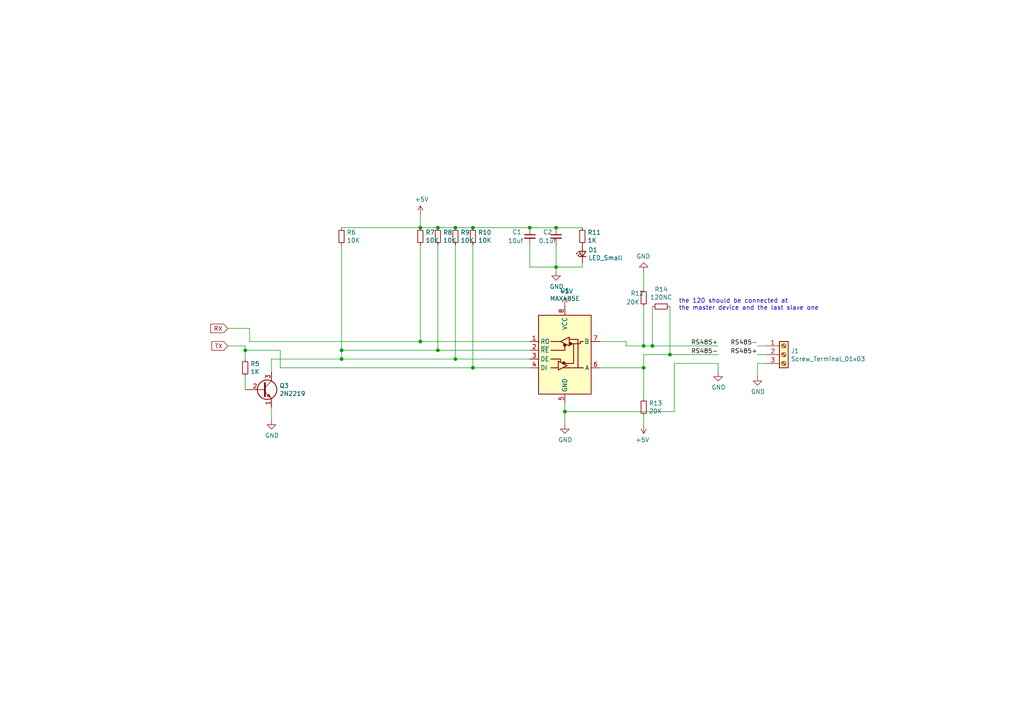
<source format=kicad_sch>
(kicad_sch (version 20211123) (generator eeschema)

  (uuid 3435b97c-50f1-4d57-9a8c-4728bf639eff)

  (paper "A4")

  (title_block
    (title "MAX485E CHIP")
  )

  (lib_symbols
    (symbol "Connector:Screw_Terminal_01x03" (pin_names (offset 1.016) hide) (in_bom yes) (on_board yes)
      (property "Reference" "J" (id 0) (at 0 5.08 0)
        (effects (font (size 1.27 1.27)))
      )
      (property "Value" "Screw_Terminal_01x03" (id 1) (at 0 -5.08 0)
        (effects (font (size 1.27 1.27)))
      )
      (property "Footprint" "" (id 2) (at 0 0 0)
        (effects (font (size 1.27 1.27)) hide)
      )
      (property "Datasheet" "~" (id 3) (at 0 0 0)
        (effects (font (size 1.27 1.27)) hide)
      )
      (property "ki_keywords" "screw terminal" (id 4) (at 0 0 0)
        (effects (font (size 1.27 1.27)) hide)
      )
      (property "ki_description" "Generic screw terminal, single row, 01x03, script generated (kicad-library-utils/schlib/autogen/connector/)" (id 5) (at 0 0 0)
        (effects (font (size 1.27 1.27)) hide)
      )
      (property "ki_fp_filters" "TerminalBlock*:*" (id 6) (at 0 0 0)
        (effects (font (size 1.27 1.27)) hide)
      )
      (symbol "Screw_Terminal_01x03_1_1"
        (rectangle (start -1.27 3.81) (end 1.27 -3.81)
          (stroke (width 0.254) (type default) (color 0 0 0 0))
          (fill (type background))
        )
        (circle (center 0 -2.54) (radius 0.635)
          (stroke (width 0.1524) (type default) (color 0 0 0 0))
          (fill (type none))
        )
        (polyline
          (pts
            (xy -0.5334 -2.2098)
            (xy 0.3302 -3.048)
          )
          (stroke (width 0.1524) (type default) (color 0 0 0 0))
          (fill (type none))
        )
        (polyline
          (pts
            (xy -0.5334 0.3302)
            (xy 0.3302 -0.508)
          )
          (stroke (width 0.1524) (type default) (color 0 0 0 0))
          (fill (type none))
        )
        (polyline
          (pts
            (xy -0.5334 2.8702)
            (xy 0.3302 2.032)
          )
          (stroke (width 0.1524) (type default) (color 0 0 0 0))
          (fill (type none))
        )
        (polyline
          (pts
            (xy -0.3556 -2.032)
            (xy 0.508 -2.8702)
          )
          (stroke (width 0.1524) (type default) (color 0 0 0 0))
          (fill (type none))
        )
        (polyline
          (pts
            (xy -0.3556 0.508)
            (xy 0.508 -0.3302)
          )
          (stroke (width 0.1524) (type default) (color 0 0 0 0))
          (fill (type none))
        )
        (polyline
          (pts
            (xy -0.3556 3.048)
            (xy 0.508 2.2098)
          )
          (stroke (width 0.1524) (type default) (color 0 0 0 0))
          (fill (type none))
        )
        (circle (center 0 0) (radius 0.635)
          (stroke (width 0.1524) (type default) (color 0 0 0 0))
          (fill (type none))
        )
        (circle (center 0 2.54) (radius 0.635)
          (stroke (width 0.1524) (type default) (color 0 0 0 0))
          (fill (type none))
        )
        (pin passive line (at -5.08 2.54 0) (length 3.81)
          (name "Pin_1" (effects (font (size 1.27 1.27))))
          (number "1" (effects (font (size 1.27 1.27))))
        )
        (pin passive line (at -5.08 0 0) (length 3.81)
          (name "Pin_2" (effects (font (size 1.27 1.27))))
          (number "2" (effects (font (size 1.27 1.27))))
        )
        (pin passive line (at -5.08 -2.54 0) (length 3.81)
          (name "Pin_3" (effects (font (size 1.27 1.27))))
          (number "3" (effects (font (size 1.27 1.27))))
        )
      )
    )
    (symbol "Device:C_Small" (pin_numbers hide) (pin_names (offset 0.254) hide) (in_bom yes) (on_board yes)
      (property "Reference" "C" (id 0) (at 0.254 1.778 0)
        (effects (font (size 1.27 1.27)) (justify left))
      )
      (property "Value" "C_Small" (id 1) (at 0.254 -2.032 0)
        (effects (font (size 1.27 1.27)) (justify left))
      )
      (property "Footprint" "" (id 2) (at 0 0 0)
        (effects (font (size 1.27 1.27)) hide)
      )
      (property "Datasheet" "~" (id 3) (at 0 0 0)
        (effects (font (size 1.27 1.27)) hide)
      )
      (property "ki_keywords" "capacitor cap" (id 4) (at 0 0 0)
        (effects (font (size 1.27 1.27)) hide)
      )
      (property "ki_description" "Unpolarized capacitor, small symbol" (id 5) (at 0 0 0)
        (effects (font (size 1.27 1.27)) hide)
      )
      (property "ki_fp_filters" "C_*" (id 6) (at 0 0 0)
        (effects (font (size 1.27 1.27)) hide)
      )
      (symbol "C_Small_0_1"
        (polyline
          (pts
            (xy -1.524 -0.508)
            (xy 1.524 -0.508)
          )
          (stroke (width 0.3302) (type default) (color 0 0 0 0))
          (fill (type none))
        )
        (polyline
          (pts
            (xy -1.524 0.508)
            (xy 1.524 0.508)
          )
          (stroke (width 0.3048) (type default) (color 0 0 0 0))
          (fill (type none))
        )
      )
      (symbol "C_Small_1_1"
        (pin passive line (at 0 2.54 270) (length 2.032)
          (name "~" (effects (font (size 1.27 1.27))))
          (number "1" (effects (font (size 1.27 1.27))))
        )
        (pin passive line (at 0 -2.54 90) (length 2.032)
          (name "~" (effects (font (size 1.27 1.27))))
          (number "2" (effects (font (size 1.27 1.27))))
        )
      )
    )
    (symbol "Device:LED_Small" (pin_numbers hide) (pin_names (offset 0.254) hide) (in_bom yes) (on_board yes)
      (property "Reference" "D" (id 0) (at -1.27 3.175 0)
        (effects (font (size 1.27 1.27)) (justify left))
      )
      (property "Value" "LED_Small" (id 1) (at -4.445 -2.54 0)
        (effects (font (size 1.27 1.27)) (justify left))
      )
      (property "Footprint" "" (id 2) (at 0 0 90)
        (effects (font (size 1.27 1.27)) hide)
      )
      (property "Datasheet" "~" (id 3) (at 0 0 90)
        (effects (font (size 1.27 1.27)) hide)
      )
      (property "ki_keywords" "LED diode light-emitting-diode" (id 4) (at 0 0 0)
        (effects (font (size 1.27 1.27)) hide)
      )
      (property "ki_description" "Light emitting diode, small symbol" (id 5) (at 0 0 0)
        (effects (font (size 1.27 1.27)) hide)
      )
      (property "ki_fp_filters" "LED* LED_SMD:* LED_THT:*" (id 6) (at 0 0 0)
        (effects (font (size 1.27 1.27)) hide)
      )
      (symbol "LED_Small_0_1"
        (polyline
          (pts
            (xy -0.762 -1.016)
            (xy -0.762 1.016)
          )
          (stroke (width 0.254) (type default) (color 0 0 0 0))
          (fill (type none))
        )
        (polyline
          (pts
            (xy 1.016 0)
            (xy -0.762 0)
          )
          (stroke (width 0) (type default) (color 0 0 0 0))
          (fill (type none))
        )
        (polyline
          (pts
            (xy 0.762 -1.016)
            (xy -0.762 0)
            (xy 0.762 1.016)
            (xy 0.762 -1.016)
          )
          (stroke (width 0.254) (type default) (color 0 0 0 0))
          (fill (type none))
        )
        (polyline
          (pts
            (xy 0 0.762)
            (xy -0.508 1.27)
            (xy -0.254 1.27)
            (xy -0.508 1.27)
            (xy -0.508 1.016)
          )
          (stroke (width 0) (type default) (color 0 0 0 0))
          (fill (type none))
        )
        (polyline
          (pts
            (xy 0.508 1.27)
            (xy 0 1.778)
            (xy 0.254 1.778)
            (xy 0 1.778)
            (xy 0 1.524)
          )
          (stroke (width 0) (type default) (color 0 0 0 0))
          (fill (type none))
        )
      )
      (symbol "LED_Small_1_1"
        (pin passive line (at -2.54 0 0) (length 1.778)
          (name "K" (effects (font (size 1.27 1.27))))
          (number "1" (effects (font (size 1.27 1.27))))
        )
        (pin passive line (at 2.54 0 180) (length 1.778)
          (name "A" (effects (font (size 1.27 1.27))))
          (number "2" (effects (font (size 1.27 1.27))))
        )
      )
    )
    (symbol "Device:R_Small" (pin_numbers hide) (pin_names (offset 0.254) hide) (in_bom yes) (on_board yes)
      (property "Reference" "R" (id 0) (at 0.762 0.508 0)
        (effects (font (size 1.27 1.27)) (justify left))
      )
      (property "Value" "R_Small" (id 1) (at 0.762 -1.016 0)
        (effects (font (size 1.27 1.27)) (justify left))
      )
      (property "Footprint" "" (id 2) (at 0 0 0)
        (effects (font (size 1.27 1.27)) hide)
      )
      (property "Datasheet" "~" (id 3) (at 0 0 0)
        (effects (font (size 1.27 1.27)) hide)
      )
      (property "ki_keywords" "R resistor" (id 4) (at 0 0 0)
        (effects (font (size 1.27 1.27)) hide)
      )
      (property "ki_description" "Resistor, small symbol" (id 5) (at 0 0 0)
        (effects (font (size 1.27 1.27)) hide)
      )
      (property "ki_fp_filters" "R_*" (id 6) (at 0 0 0)
        (effects (font (size 1.27 1.27)) hide)
      )
      (symbol "R_Small_0_1"
        (rectangle (start -0.762 1.778) (end 0.762 -1.778)
          (stroke (width 0.2032) (type default) (color 0 0 0 0))
          (fill (type none))
        )
      )
      (symbol "R_Small_1_1"
        (pin passive line (at 0 2.54 270) (length 0.762)
          (name "~" (effects (font (size 1.27 1.27))))
          (number "1" (effects (font (size 1.27 1.27))))
        )
        (pin passive line (at 0 -2.54 90) (length 0.762)
          (name "~" (effects (font (size 1.27 1.27))))
          (number "2" (effects (font (size 1.27 1.27))))
        )
      )
    )
    (symbol "Interface_UART:MAX485E" (in_bom yes) (on_board yes)
      (property "Reference" "U" (id 0) (at -6.096 11.43 0)
        (effects (font (size 1.27 1.27)))
      )
      (property "Value" "MAX485E" (id 1) (at 0.762 11.43 0)
        (effects (font (size 1.27 1.27)) (justify left))
      )
      (property "Footprint" "" (id 2) (at 0 -17.78 0)
        (effects (font (size 1.27 1.27)) hide)
      )
      (property "Datasheet" "https://datasheets.maximintegrated.com/en/ds/MAX1487E-MAX491E.pdf" (id 3) (at 0 1.27 0)
        (effects (font (size 1.27 1.27)) hide)
      )
      (property "ki_keywords" "Half duplex RS-485/RS-422, 2.5 Mbps, ±15kV electro-static discharge (ESD) protection, no slew-rate, no low-power shutdown, with receiver/driver enable, 32 receiver drive kapacitity, DIP-8 and SOIC-8" (id 4) (at 0 0 0)
        (effects (font (size 1.27 1.27)) hide)
      )
      (property "ki_description" "Half duplex RS-485/RS-422, 2.5 Mbps, ±15kV electro-static discharge (ESD) protection, no slew-rate, no low-power shutdown, with receiver/driver enable, 32 receiver drive kapacitity, DIP-8 and SOIC-8" (id 5) (at 0 0 0)
        (effects (font (size 1.27 1.27)) hide)
      )
      (property "ki_fp_filters" "DIP*W7.62mm* SOIC*3.9x4.9mm*P1.27mm*" (id 6) (at 0 0 0)
        (effects (font (size 1.27 1.27)) hide)
      )
      (symbol "MAX485E_0_1"
        (rectangle (start -7.62 10.16) (end 7.62 -12.7)
          (stroke (width 0.254) (type default) (color 0 0 0 0))
          (fill (type background))
        )
        (circle (center -0.3048 -3.683) (radius 0.3556)
          (stroke (width 0.254) (type default) (color 0 0 0 0))
          (fill (type outline))
        )
        (circle (center -0.0254 1.4986) (radius 0.3556)
          (stroke (width 0.254) (type default) (color 0 0 0 0))
          (fill (type outline))
        )
        (polyline
          (pts
            (xy -4.064 -5.08)
            (xy -1.905 -5.08)
          )
          (stroke (width 0.254) (type default) (color 0 0 0 0))
          (fill (type none))
        )
        (polyline
          (pts
            (xy -4.064 2.54)
            (xy -1.27 2.54)
          )
          (stroke (width 0.254) (type default) (color 0 0 0 0))
          (fill (type none))
        )
        (polyline
          (pts
            (xy -1.27 -3.2004)
            (xy -1.27 -3.4544)
          )
          (stroke (width 0.254) (type default) (color 0 0 0 0))
          (fill (type none))
        )
        (polyline
          (pts
            (xy -0.635 -5.08)
            (xy 5.334 -5.08)
          )
          (stroke (width 0.254) (type default) (color 0 0 0 0))
          (fill (type none))
        )
        (polyline
          (pts
            (xy -4.064 -2.54)
            (xy -1.27 -2.54)
            (xy -1.27 -3.175)
          )
          (stroke (width 0.254) (type default) (color 0 0 0 0))
          (fill (type none))
        )
        (polyline
          (pts
            (xy 0 1.27)
            (xy 0 0)
            (xy -4.064 0)
          )
          (stroke (width 0.254) (type default) (color 0 0 0 0))
          (fill (type none))
        )
        (polyline
          (pts
            (xy 1.27 3.175)
            (xy 3.81 3.175)
            (xy 3.81 -5.08)
          )
          (stroke (width 0.254) (type default) (color 0 0 0 0))
          (fill (type none))
        )
        (polyline
          (pts
            (xy 2.54 1.905)
            (xy 2.54 -3.81)
            (xy 0 -3.81)
          )
          (stroke (width 0.254) (type default) (color 0 0 0 0))
          (fill (type none))
        )
        (polyline
          (pts
            (xy -1.905 -3.175)
            (xy -1.905 -5.715)
            (xy 0.635 -4.445)
            (xy -1.905 -3.175)
          )
          (stroke (width 0.254) (type default) (color 0 0 0 0))
          (fill (type none))
        )
        (polyline
          (pts
            (xy -1.27 2.54)
            (xy 1.27 3.81)
            (xy 1.27 1.27)
            (xy -1.27 2.54)
          )
          (stroke (width 0.254) (type default) (color 0 0 0 0))
          (fill (type none))
        )
        (polyline
          (pts
            (xy 1.905 1.905)
            (xy 4.445 1.905)
            (xy 4.445 2.54)
            (xy 5.334 2.54)
          )
          (stroke (width 0.254) (type default) (color 0 0 0 0))
          (fill (type none))
        )
        (rectangle (start 1.27 3.175) (end 1.27 3.175)
          (stroke (width 0) (type default) (color 0 0 0 0))
          (fill (type none))
        )
        (circle (center 1.651 1.905) (radius 0.3556)
          (stroke (width 0.254) (type default) (color 0 0 0 0))
          (fill (type outline))
        )
      )
      (symbol "MAX485E_1_1"
        (pin output line (at -10.16 2.54 0) (length 2.54)
          (name "RO" (effects (font (size 1.27 1.27))))
          (number "1" (effects (font (size 1.27 1.27))))
        )
        (pin input line (at -10.16 0 0) (length 2.54)
          (name "~{RE}" (effects (font (size 1.27 1.27))))
          (number "2" (effects (font (size 1.27 1.27))))
        )
        (pin input line (at -10.16 -2.54 0) (length 2.54)
          (name "DE" (effects (font (size 1.27 1.27))))
          (number "3" (effects (font (size 1.27 1.27))))
        )
        (pin input line (at -10.16 -5.08 0) (length 2.54)
          (name "DI" (effects (font (size 1.27 1.27))))
          (number "4" (effects (font (size 1.27 1.27))))
        )
        (pin power_in line (at 0 -15.24 90) (length 2.54)
          (name "GND" (effects (font (size 1.27 1.27))))
          (number "5" (effects (font (size 1.27 1.27))))
        )
        (pin bidirectional line (at 10.16 -5.08 180) (length 2.54)
          (name "A" (effects (font (size 1.27 1.27))))
          (number "6" (effects (font (size 1.27 1.27))))
        )
        (pin bidirectional line (at 10.16 2.54 180) (length 2.54)
          (name "B" (effects (font (size 1.27 1.27))))
          (number "7" (effects (font (size 1.27 1.27))))
        )
        (pin power_in line (at 0 12.7 270) (length 2.54)
          (name "VCC" (effects (font (size 1.27 1.27))))
          (number "8" (effects (font (size 1.27 1.27))))
        )
      )
    )
    (symbol "Transistor_BJT:2N2219" (pin_names (offset 0) hide) (in_bom yes) (on_board yes)
      (property "Reference" "Q" (id 0) (at 5.08 1.905 0)
        (effects (font (size 1.27 1.27)) (justify left))
      )
      (property "Value" "2N2219" (id 1) (at 5.08 0 0)
        (effects (font (size 1.27 1.27)) (justify left))
      )
      (property "Footprint" "Package_TO_SOT_THT:TO-39-3" (id 2) (at 5.08 -1.905 0)
        (effects (font (size 1.27 1.27) italic) (justify left) hide)
      )
      (property "Datasheet" "http://www.onsemi.com/pub_link/Collateral/2N2219-D.PDF" (id 3) (at 0 0 0)
        (effects (font (size 1.27 1.27)) (justify left) hide)
      )
      (property "ki_keywords" "NPN Transistor" (id 4) (at 0 0 0)
        (effects (font (size 1.27 1.27)) hide)
      )
      (property "ki_description" "800mA Ic, 50V Vce, NPN Transistor, TO-39" (id 5) (at 0 0 0)
        (effects (font (size 1.27 1.27)) hide)
      )
      (property "ki_fp_filters" "TO?39*" (id 6) (at 0 0 0)
        (effects (font (size 1.27 1.27)) hide)
      )
      (symbol "2N2219_0_1"
        (polyline
          (pts
            (xy 0.635 0.635)
            (xy 2.54 2.54)
          )
          (stroke (width 0) (type default) (color 0 0 0 0))
          (fill (type none))
        )
        (polyline
          (pts
            (xy 0.635 -0.635)
            (xy 2.54 -2.54)
            (xy 2.54 -2.54)
          )
          (stroke (width 0) (type default) (color 0 0 0 0))
          (fill (type none))
        )
        (polyline
          (pts
            (xy 0.635 1.905)
            (xy 0.635 -1.905)
            (xy 0.635 -1.905)
          )
          (stroke (width 0.508) (type default) (color 0 0 0 0))
          (fill (type none))
        )
        (polyline
          (pts
            (xy 1.27 -1.778)
            (xy 1.778 -1.27)
            (xy 2.286 -2.286)
            (xy 1.27 -1.778)
            (xy 1.27 -1.778)
          )
          (stroke (width 0) (type default) (color 0 0 0 0))
          (fill (type outline))
        )
        (circle (center 1.27 0) (radius 2.8194)
          (stroke (width 0.254) (type default) (color 0 0 0 0))
          (fill (type none))
        )
      )
      (symbol "2N2219_1_1"
        (pin passive line (at 2.54 -5.08 90) (length 2.54)
          (name "E" (effects (font (size 1.27 1.27))))
          (number "1" (effects (font (size 1.27 1.27))))
        )
        (pin passive line (at -5.08 0 0) (length 5.715)
          (name "B" (effects (font (size 1.27 1.27))))
          (number "2" (effects (font (size 1.27 1.27))))
        )
        (pin passive line (at 2.54 5.08 270) (length 2.54)
          (name "C" (effects (font (size 1.27 1.27))))
          (number "3" (effects (font (size 1.27 1.27))))
        )
      )
    )
    (symbol "power:+5V" (power) (pin_names (offset 0)) (in_bom yes) (on_board yes)
      (property "Reference" "#PWR" (id 0) (at 0 -3.81 0)
        (effects (font (size 1.27 1.27)) hide)
      )
      (property "Value" "+5V" (id 1) (at 0 3.556 0)
        (effects (font (size 1.27 1.27)))
      )
      (property "Footprint" "" (id 2) (at 0 0 0)
        (effects (font (size 1.27 1.27)) hide)
      )
      (property "Datasheet" "" (id 3) (at 0 0 0)
        (effects (font (size 1.27 1.27)) hide)
      )
      (property "ki_keywords" "power-flag" (id 4) (at 0 0 0)
        (effects (font (size 1.27 1.27)) hide)
      )
      (property "ki_description" "Power symbol creates a global label with name \"+5V\"" (id 5) (at 0 0 0)
        (effects (font (size 1.27 1.27)) hide)
      )
      (symbol "+5V_0_1"
        (polyline
          (pts
            (xy -0.762 1.27)
            (xy 0 2.54)
          )
          (stroke (width 0) (type default) (color 0 0 0 0))
          (fill (type none))
        )
        (polyline
          (pts
            (xy 0 0)
            (xy 0 2.54)
          )
          (stroke (width 0) (type default) (color 0 0 0 0))
          (fill (type none))
        )
        (polyline
          (pts
            (xy 0 2.54)
            (xy 0.762 1.27)
          )
          (stroke (width 0) (type default) (color 0 0 0 0))
          (fill (type none))
        )
      )
      (symbol "+5V_1_1"
        (pin power_in line (at 0 0 90) (length 0) hide
          (name "+5V" (effects (font (size 1.27 1.27))))
          (number "1" (effects (font (size 1.27 1.27))))
        )
      )
    )
    (symbol "power:GND" (power) (pin_names (offset 0)) (in_bom yes) (on_board yes)
      (property "Reference" "#PWR" (id 0) (at 0 -6.35 0)
        (effects (font (size 1.27 1.27)) hide)
      )
      (property "Value" "GND" (id 1) (at 0 -3.81 0)
        (effects (font (size 1.27 1.27)))
      )
      (property "Footprint" "" (id 2) (at 0 0 0)
        (effects (font (size 1.27 1.27)) hide)
      )
      (property "Datasheet" "" (id 3) (at 0 0 0)
        (effects (font (size 1.27 1.27)) hide)
      )
      (property "ki_keywords" "power-flag" (id 4) (at 0 0 0)
        (effects (font (size 1.27 1.27)) hide)
      )
      (property "ki_description" "Power symbol creates a global label with name \"GND\" , ground" (id 5) (at 0 0 0)
        (effects (font (size 1.27 1.27)) hide)
      )
      (symbol "GND_0_1"
        (polyline
          (pts
            (xy 0 0)
            (xy 0 -1.27)
            (xy 1.27 -1.27)
            (xy 0 -2.54)
            (xy -1.27 -1.27)
            (xy 0 -1.27)
          )
          (stroke (width 0) (type default) (color 0 0 0 0))
          (fill (type none))
        )
      )
      (symbol "GND_1_1"
        (pin power_in line (at 0 0 270) (length 0) hide
          (name "GND" (effects (font (size 1.27 1.27))))
          (number "1" (effects (font (size 1.27 1.27))))
        )
      )
    )
  )

  (junction (at 99.06 104.14) (diameter 0) (color 0 0 0 0)
    (uuid 0fb82f19-3570-459d-ae2e-6fb977ce7838)
  )
  (junction (at 121.92 66.04) (diameter 0) (color 0 0 0 0)
    (uuid 14218ce6-c8db-47ba-8a75-f253dfcb6187)
  )
  (junction (at 99.06 101.6) (diameter 0) (color 0 0 0 0)
    (uuid 235a3dac-815d-474f-9cb6-67a587b8aca6)
  )
  (junction (at 127 66.04) (diameter 0) (color 0 0 0 0)
    (uuid 276ac41b-b9c5-412c-b8bb-84a609495c90)
  )
  (junction (at 161.29 66.04) (diameter 0) (color 0 0 0 0)
    (uuid 57c60e8d-41a5-4261-8cf2-52c349469dc8)
  )
  (junction (at 161.29 77.47) (diameter 0) (color 0 0 0 0)
    (uuid 590dc6ac-68ab-4d70-bec5-a4bb71ddd141)
  )
  (junction (at 132.08 66.04) (diameter 0) (color 0 0 0 0)
    (uuid 69032d48-c99e-4e53-8b5b-943bf8175c89)
  )
  (junction (at 189.23 100.33) (diameter 0) (color 0 0 0 0)
    (uuid 6ac210dd-9808-4694-8862-9b673da2b38f)
  )
  (junction (at 153.67 66.04) (diameter 0) (color 0 0 0 0)
    (uuid 7a8eefb4-6c9e-49d8-98a6-9058f4738a88)
  )
  (junction (at 71.12 101.6) (diameter 0) (color 0 0 0 0)
    (uuid 92ec9d3b-383a-46a9-9196-c308a9c2b51c)
  )
  (junction (at 137.16 106.68) (diameter 0) (color 0 0 0 0)
    (uuid 98a2b81d-30ee-475a-8536-d6a9347a0718)
  )
  (junction (at 194.31 102.87) (diameter 0) (color 0 0 0 0)
    (uuid 9a3d9fc5-04f9-42bb-b8d2-8a01c6401673)
  )
  (junction (at 121.92 99.06) (diameter 0) (color 0 0 0 0)
    (uuid bd44aed8-988a-42ac-a106-28f73980164c)
  )
  (junction (at 186.69 100.33) (diameter 0) (color 0 0 0 0)
    (uuid d22d2be3-3ca8-4c90-bc18-0ff634e7da77)
  )
  (junction (at 137.16 66.04) (diameter 0) (color 0 0 0 0)
    (uuid d4fafa9e-d1f5-4321-aed9-8967e1d040ce)
  )
  (junction (at 132.08 104.14) (diameter 0) (color 0 0 0 0)
    (uuid e0fbf863-04bc-4ccd-9957-a213c5e575bb)
  )
  (junction (at 163.83 119.38) (diameter 0) (color 0 0 0 0)
    (uuid e39294c2-6d52-459c-bdb4-6111ee48efa5)
  )
  (junction (at 186.69 106.68) (diameter 0) (color 0 0 0 0)
    (uuid ebc63f42-1181-4751-9e9d-6046ee98b38e)
  )
  (junction (at 127 101.6) (diameter 0) (color 0 0 0 0)
    (uuid ec284906-7c23-4d75-814f-f64eb187779d)
  )

  (wire (pts (xy 189.23 100.33) (xy 189.23 88.9))
    (stroke (width 0) (type default) (color 0 0 0 0))
    (uuid 000fcde5-daf4-4ef8-8709-b4b6f590c955)
  )
  (wire (pts (xy 195.58 105.41) (xy 195.58 119.38))
    (stroke (width 0) (type default) (color 0 0 0 0))
    (uuid 00daaee1-1a47-4630-8170-4beef1e376d8)
  )
  (wire (pts (xy 99.06 104.14) (xy 132.08 104.14))
    (stroke (width 0) (type default) (color 0 0 0 0))
    (uuid 017b6e99-41a9-401c-ab16-175248af07fd)
  )
  (wire (pts (xy 168.91 77.47) (xy 168.91 76.2))
    (stroke (width 0) (type default) (color 0 0 0 0))
    (uuid 029bbe58-fc36-4fd3-809b-57e35a8e9a16)
  )
  (wire (pts (xy 121.92 99.06) (xy 153.67 99.06))
    (stroke (width 0) (type default) (color 0 0 0 0))
    (uuid 03de5c0c-bb3c-4ccd-a802-4175c1f40e37)
  )
  (wire (pts (xy 81.28 106.68) (xy 81.28 101.6))
    (stroke (width 0) (type default) (color 0 0 0 0))
    (uuid 089f2ed4-b788-46f0-b400-cdbb6affb42e)
  )
  (wire (pts (xy 127 66.04) (xy 121.92 66.04))
    (stroke (width 0) (type default) (color 0 0 0 0))
    (uuid 0b210a96-d866-4260-bf10-7960663b237d)
  )
  (wire (pts (xy 161.29 66.04) (xy 168.91 66.04))
    (stroke (width 0) (type default) (color 0 0 0 0))
    (uuid 16afe245-ca9d-44af-8bfe-8f5de704ba10)
  )
  (wire (pts (xy 186.69 78.74) (xy 186.69 83.82))
    (stroke (width 0) (type default) (color 0 0 0 0))
    (uuid 18553695-73ed-4159-a860-83efa9319126)
  )
  (wire (pts (xy 99.06 71.12) (xy 99.06 101.6))
    (stroke (width 0) (type default) (color 0 0 0 0))
    (uuid 1abde291-c5d7-497f-a5d5-ee0603bfca96)
  )
  (wire (pts (xy 72.39 95.25) (xy 66.04 95.25))
    (stroke (width 0) (type default) (color 0 0 0 0))
    (uuid 2400db6c-c363-4d6d-b2c8-cf290df7aa66)
  )
  (wire (pts (xy 137.16 66.04) (xy 153.67 66.04))
    (stroke (width 0) (type default) (color 0 0 0 0))
    (uuid 27e6f998-64fc-4e9a-8d38-beca9ecc7f70)
  )
  (wire (pts (xy 132.08 66.04) (xy 127 66.04))
    (stroke (width 0) (type default) (color 0 0 0 0))
    (uuid 285806f2-0c70-43c6-b37c-61f27462f34b)
  )
  (wire (pts (xy 72.39 99.06) (xy 72.39 95.25))
    (stroke (width 0) (type default) (color 0 0 0 0))
    (uuid 36dae294-d6c9-4f44-a670-00d521b42f1c)
  )
  (wire (pts (xy 78.74 104.14) (xy 78.74 107.95))
    (stroke (width 0) (type default) (color 0 0 0 0))
    (uuid 38179dfd-b5b4-47a1-9c2f-958856b0f84c)
  )
  (wire (pts (xy 137.16 71.12) (xy 137.16 106.68))
    (stroke (width 0) (type default) (color 0 0 0 0))
    (uuid 3ced4e1c-b9c1-477e-a6b6-f50255ddba97)
  )
  (wire (pts (xy 208.28 100.33) (xy 189.23 100.33))
    (stroke (width 0) (type default) (color 0 0 0 0))
    (uuid 3d040610-1d81-4259-bc2f-db315f6bd98c)
  )
  (wire (pts (xy 127 71.12) (xy 127 101.6))
    (stroke (width 0) (type default) (color 0 0 0 0))
    (uuid 3de9981e-9a41-4aac-911c-78163df75c53)
  )
  (wire (pts (xy 153.67 71.12) (xy 153.67 77.47))
    (stroke (width 0) (type default) (color 0 0 0 0))
    (uuid 47aaf32b-826f-4401-8357-4023308d3ac6)
  )
  (wire (pts (xy 153.67 66.04) (xy 161.29 66.04))
    (stroke (width 0) (type default) (color 0 0 0 0))
    (uuid 4e818c0f-9095-4338-a2df-e5856cd3615f)
  )
  (wire (pts (xy 81.28 106.68) (xy 137.16 106.68))
    (stroke (width 0) (type default) (color 0 0 0 0))
    (uuid 4eaedd0e-da62-4b3e-b480-08a2a7d268b6)
  )
  (wire (pts (xy 189.23 100.33) (xy 186.69 100.33))
    (stroke (width 0) (type default) (color 0 0 0 0))
    (uuid 51c1336f-4dc9-43d1-9490-58f0469b973d)
  )
  (wire (pts (xy 222.25 100.33) (xy 219.71 100.33))
    (stroke (width 0) (type default) (color 0 0 0 0))
    (uuid 51efe0e2-31c4-4637-8238-090010a009d0)
  )
  (wire (pts (xy 219.71 105.41) (xy 222.25 105.41))
    (stroke (width 0) (type default) (color 0 0 0 0))
    (uuid 520a2efb-ed7f-4bcb-ba7a-1f40d38401eb)
  )
  (wire (pts (xy 81.28 101.6) (xy 71.12 101.6))
    (stroke (width 0) (type default) (color 0 0 0 0))
    (uuid 5eb81203-a1fc-4d5a-9a3f-25324801c8d4)
  )
  (wire (pts (xy 219.71 109.22) (xy 219.71 105.41))
    (stroke (width 0) (type default) (color 0 0 0 0))
    (uuid 61d47145-5f7f-43f4-9ab5-35ef5269ffc4)
  )
  (wire (pts (xy 161.29 71.12) (xy 161.29 77.47))
    (stroke (width 0) (type default) (color 0 0 0 0))
    (uuid 638f23f4-b717-4917-b1aa-1c44b1d77574)
  )
  (wire (pts (xy 186.69 120.65) (xy 186.69 123.19))
    (stroke (width 0) (type default) (color 0 0 0 0))
    (uuid 65a62363-09ed-4cff-9d3f-73f8b1db817a)
  )
  (wire (pts (xy 99.06 104.14) (xy 78.74 104.14))
    (stroke (width 0) (type default) (color 0 0 0 0))
    (uuid 671a3761-9577-4389-a767-de96594b5508)
  )
  (wire (pts (xy 71.12 113.03) (xy 71.12 109.22))
    (stroke (width 0) (type default) (color 0 0 0 0))
    (uuid 6af2d9d7-4056-4dd6-9842-08feb08ddda3)
  )
  (wire (pts (xy 208.28 105.41) (xy 208.28 107.95))
    (stroke (width 0) (type default) (color 0 0 0 0))
    (uuid 6c3a3af2-83d5-4d23-98e7-a24e6dcf9d3a)
  )
  (wire (pts (xy 173.99 106.68) (xy 186.69 106.68))
    (stroke (width 0) (type default) (color 0 0 0 0))
    (uuid 6dc2d53e-1f2a-4b5c-9ff4-87c496d9c68a)
  )
  (wire (pts (xy 121.92 62.23) (xy 121.92 66.04))
    (stroke (width 0) (type default) (color 0 0 0 0))
    (uuid 7352b190-f8b6-429b-9a8d-c095708e2976)
  )
  (wire (pts (xy 78.74 118.11) (xy 78.74 121.92))
    (stroke (width 0) (type default) (color 0 0 0 0))
    (uuid 73ca7e2f-f92b-4bda-82d0-d18eab319229)
  )
  (wire (pts (xy 121.92 71.12) (xy 121.92 99.06))
    (stroke (width 0) (type default) (color 0 0 0 0))
    (uuid 771f7b04-a10a-49ae-a956-697e1b86567a)
  )
  (wire (pts (xy 153.67 101.6) (xy 127 101.6))
    (stroke (width 0) (type default) (color 0 0 0 0))
    (uuid 7d3b3550-91fc-486a-85d7-129815a003eb)
  )
  (wire (pts (xy 99.06 104.14) (xy 99.06 101.6))
    (stroke (width 0) (type default) (color 0 0 0 0))
    (uuid 7e34f68a-489f-4e6e-a0bd-ea1952957b5a)
  )
  (wire (pts (xy 132.08 71.12) (xy 132.08 104.14))
    (stroke (width 0) (type default) (color 0 0 0 0))
    (uuid 80bb3dc1-e07a-48b3-af71-05cce82bddb8)
  )
  (wire (pts (xy 186.69 100.33) (xy 186.69 88.9))
    (stroke (width 0) (type default) (color 0 0 0 0))
    (uuid 88926614-2497-4f4b-af8e-8b29bca898a2)
  )
  (wire (pts (xy 208.28 102.87) (xy 194.31 102.87))
    (stroke (width 0) (type default) (color 0 0 0 0))
    (uuid 8b42de16-fa55-4b03-bed4-45636619cede)
  )
  (wire (pts (xy 71.12 100.33) (xy 66.04 100.33))
    (stroke (width 0) (type default) (color 0 0 0 0))
    (uuid 90904c7b-dd57-449b-95b0-490e42e7dede)
  )
  (wire (pts (xy 186.69 100.33) (xy 181.61 100.33))
    (stroke (width 0) (type default) (color 0 0 0 0))
    (uuid 96e45b8a-45ef-4067-9c34-3118b3314190)
  )
  (wire (pts (xy 153.67 104.14) (xy 132.08 104.14))
    (stroke (width 0) (type default) (color 0 0 0 0))
    (uuid 99c52b32-cace-4cd8-b347-95672bd9823c)
  )
  (wire (pts (xy 194.31 102.87) (xy 186.69 102.87))
    (stroke (width 0) (type default) (color 0 0 0 0))
    (uuid a4ffc3f1-c9bd-4464-a0e7-a4f05b0b8409)
  )
  (wire (pts (xy 208.28 105.41) (xy 195.58 105.41))
    (stroke (width 0) (type default) (color 0 0 0 0))
    (uuid ab50a2a5-3d58-42e9-ad69-4791542ccdf3)
  )
  (wire (pts (xy 153.67 77.47) (xy 161.29 77.47))
    (stroke (width 0) (type default) (color 0 0 0 0))
    (uuid adda33a5-3a8f-42ec-9c89-412fb123ae23)
  )
  (wire (pts (xy 161.29 77.47) (xy 168.91 77.47))
    (stroke (width 0) (type default) (color 0 0 0 0))
    (uuid af572d80-d67a-4d5c-a3f3-143eb3e367dd)
  )
  (wire (pts (xy 161.29 78.74) (xy 161.29 77.47))
    (stroke (width 0) (type default) (color 0 0 0 0))
    (uuid b022f2c5-980f-41d2-a695-a35d5928580b)
  )
  (wire (pts (xy 194.31 102.87) (xy 194.31 88.9))
    (stroke (width 0) (type default) (color 0 0 0 0))
    (uuid b0a4da29-ce48-427d-b140-a6899772f9b4)
  )
  (wire (pts (xy 181.61 100.33) (xy 181.61 99.06))
    (stroke (width 0) (type default) (color 0 0 0 0))
    (uuid ce3c69ef-d369-4b1e-b1b6-5c0b659f09fb)
  )
  (wire (pts (xy 137.16 66.04) (xy 132.08 66.04))
    (stroke (width 0) (type default) (color 0 0 0 0))
    (uuid cf8f0033-dadb-4cbf-915b-c7cc97da0e63)
  )
  (wire (pts (xy 71.12 104.14) (xy 71.12 101.6))
    (stroke (width 0) (type default) (color 0 0 0 0))
    (uuid dc6345b4-c58b-4b49-a5f4-40df836d3a09)
  )
  (wire (pts (xy 186.69 102.87) (xy 186.69 106.68))
    (stroke (width 0) (type default) (color 0 0 0 0))
    (uuid ddd3299b-e776-4e3a-9038-5410e7766e53)
  )
  (wire (pts (xy 163.83 119.38) (xy 163.83 123.19))
    (stroke (width 0) (type default) (color 0 0 0 0))
    (uuid e07169b7-ec20-4b2a-a9cf-73cf66171cdd)
  )
  (wire (pts (xy 121.92 66.04) (xy 99.06 66.04))
    (stroke (width 0) (type default) (color 0 0 0 0))
    (uuid e499a9eb-f847-4a80-aef1-6093cc8c9512)
  )
  (wire (pts (xy 195.58 119.38) (xy 163.83 119.38))
    (stroke (width 0) (type default) (color 0 0 0 0))
    (uuid ec55320a-a964-4194-ab35-0073e95a00a8)
  )
  (wire (pts (xy 186.69 106.68) (xy 186.69 115.57))
    (stroke (width 0) (type default) (color 0 0 0 0))
    (uuid ef8a360d-3867-4890-a5ce-b97c945e2472)
  )
  (wire (pts (xy 72.39 99.06) (xy 121.92 99.06))
    (stroke (width 0) (type default) (color 0 0 0 0))
    (uuid f41f08fb-098a-4432-ac5f-7e33b01030a9)
  )
  (wire (pts (xy 153.67 106.68) (xy 137.16 106.68))
    (stroke (width 0) (type default) (color 0 0 0 0))
    (uuid f586d5e6-c0a7-401e-88b8-d8267ce43568)
  )
  (wire (pts (xy 71.12 101.6) (xy 71.12 100.33))
    (stroke (width 0) (type default) (color 0 0 0 0))
    (uuid f8231214-1ce6-4fd1-b634-9ed7a61a412e)
  )
  (wire (pts (xy 163.83 116.84) (xy 163.83 119.38))
    (stroke (width 0) (type default) (color 0 0 0 0))
    (uuid fc159f36-ea01-4099-b826-05c2ab0a6408)
  )
  (wire (pts (xy 127 101.6) (xy 99.06 101.6))
    (stroke (width 0) (type default) (color 0 0 0 0))
    (uuid fd69d8e7-4782-4cfe-8e57-031461428152)
  )
  (wire (pts (xy 173.99 99.06) (xy 181.61 99.06))
    (stroke (width 0) (type default) (color 0 0 0 0))
    (uuid fe94205c-d007-4b40-8bd4-674e5adf56e2)
  )
  (wire (pts (xy 222.25 102.87) (xy 219.71 102.87))
    (stroke (width 0) (type default) (color 0 0 0 0))
    (uuid ff70905a-e548-455b-884f-b59c6b870134)
  )

  (text "the 120 should be connected at \nthe master device and the last slave one"
    (at 196.85 90.17 0)
    (effects (font (size 1.27 1.27)) (justify left bottom))
    (uuid 79f6510d-d067-46d6-b12e-f93e88a475ce)
  )

  (label "RS485+" (at 219.71 102.87 180)
    (effects (font (size 1.27 1.27)) (justify right bottom))
    (uuid 19b1b3d2-cb83-4a80-95a6-1d00b80e325a)
  )
  (label "RS485-" (at 219.71 100.33 180)
    (effects (font (size 1.27 1.27)) (justify right bottom))
    (uuid 33b9f6f8-ad1a-4908-a3cb-f80ecc907115)
  )
  (label "RS485-" (at 208.28 102.87 180)
    (effects (font (size 1.27 1.27)) (justify right bottom))
    (uuid 3743efc6-c0ad-4d22-9416-f2f8edcf8bb2)
  )
  (label "RS485+" (at 208.28 100.33 180)
    (effects (font (size 1.27 1.27)) (justify right bottom))
    (uuid 4144ab38-3275-491b-adc7-d6ccba3247f6)
  )

  (global_label "RX" (shape input) (at 66.04 95.25 180) (fields_autoplaced)
    (effects (font (size 1.27 1.27)) (justify right))
    (uuid 0669505c-42ab-4b4b-a782-6e94f90b545a)
    (property "Intersheet References" "${INTERSHEET_REFS}" (id 0) (at 0 0 0)
      (effects (font (size 1.27 1.27)) hide)
    )
  )
  (global_label "TX" (shape input) (at 66.04 100.33 180) (fields_autoplaced)
    (effects (font (size 1.27 1.27)) (justify right))
    (uuid e7b56701-77bd-4bc4-8f1a-9c9a47796ae2)
    (property "Intersheet References" "${INTERSHEET_REFS}" (id 0) (at 0 0 0)
      (effects (font (size 1.27 1.27)) hide)
    )
  )

  (symbol (lib_id "power:GND") (at 186.69 78.74 180) (unit 1)
    (in_bom yes) (on_board yes)
    (uuid 00000000-0000-0000-0000-000062e62dc5)
    (property "Reference" "#PWR0107" (id 0) (at 186.69 72.39 0)
      (effects (font (size 1.27 1.27)) hide)
    )
    (property "Value" "GND" (id 1) (at 186.563 74.3458 0))
    (property "Footprint" "" (id 2) (at 186.69 78.74 0)
      (effects (font (size 1.27 1.27)) hide)
    )
    (property "Datasheet" "" (id 3) (at 186.69 78.74 0)
      (effects (font (size 1.27 1.27)) hide)
    )
    (pin "1" (uuid 4e6748da-3945-441c-be5c-1d319163a37c))
  )

  (symbol (lib_id "power:GND") (at 161.29 78.74 0) (unit 1)
    (in_bom yes) (on_board yes)
    (uuid 00000000-0000-0000-0000-000062e63494)
    (property "Reference" "#PWR0108" (id 0) (at 161.29 85.09 0)
      (effects (font (size 1.27 1.27)) hide)
    )
    (property "Value" "GND" (id 1) (at 161.417 83.1342 0))
    (property "Footprint" "" (id 2) (at 161.29 78.74 0)
      (effects (font (size 1.27 1.27)) hide)
    )
    (property "Datasheet" "" (id 3) (at 161.29 78.74 0)
      (effects (font (size 1.27 1.27)) hide)
    )
    (pin "1" (uuid 093e01a6-084e-4df2-bcd1-61757770666d))
  )

  (symbol (lib_id "power:GND") (at 163.83 123.19 0) (unit 1)
    (in_bom yes) (on_board yes)
    (uuid 00000000-0000-0000-0000-000062e64d9f)
    (property "Reference" "#PWR0110" (id 0) (at 163.83 129.54 0)
      (effects (font (size 1.27 1.27)) hide)
    )
    (property "Value" "GND" (id 1) (at 163.957 127.5842 0))
    (property "Footprint" "" (id 2) (at 163.83 123.19 0)
      (effects (font (size 1.27 1.27)) hide)
    )
    (property "Datasheet" "" (id 3) (at 163.83 123.19 0)
      (effects (font (size 1.27 1.27)) hide)
    )
    (pin "1" (uuid 3dd3eb1d-a12c-47b1-bb89-55aa11f649a2))
  )

  (symbol (lib_id "power:GND") (at 78.74 121.92 0) (unit 1)
    (in_bom yes) (on_board yes)
    (uuid 00000000-0000-0000-0000-000062e74155)
    (property "Reference" "#PWR0111" (id 0) (at 78.74 128.27 0)
      (effects (font (size 1.27 1.27)) hide)
    )
    (property "Value" "GND" (id 1) (at 78.867 126.3142 0))
    (property "Footprint" "" (id 2) (at 78.74 121.92 0)
      (effects (font (size 1.27 1.27)) hide)
    )
    (property "Datasheet" "" (id 3) (at 78.74 121.92 0)
      (effects (font (size 1.27 1.27)) hide)
    )
    (pin "1" (uuid 438460fc-651c-49f9-990a-754163a489da))
  )

  (symbol (lib_id "power:GND") (at 208.28 107.95 0) (unit 1)
    (in_bom yes) (on_board yes)
    (uuid 00000000-0000-0000-0000-000062e954e7)
    (property "Reference" "#PWR0135" (id 0) (at 208.28 114.3 0)
      (effects (font (size 1.27 1.27)) hide)
    )
    (property "Value" "GND" (id 1) (at 208.407 112.3442 0))
    (property "Footprint" "" (id 2) (at 208.28 107.95 0)
      (effects (font (size 1.27 1.27)) hide)
    )
    (property "Datasheet" "" (id 3) (at 208.28 107.95 0)
      (effects (font (size 1.27 1.27)) hide)
    )
    (pin "1" (uuid aaf9662e-2396-40e7-b27e-3a51443b1881))
  )

  (symbol (lib_id "power:GND") (at 219.71 109.22 0) (unit 1)
    (in_bom yes) (on_board yes)
    (uuid 00000000-0000-0000-0000-000062e968c1)
    (property "Reference" "#PWR0136" (id 0) (at 219.71 115.57 0)
      (effects (font (size 1.27 1.27)) hide)
    )
    (property "Value" "GND" (id 1) (at 219.837 113.6142 0))
    (property "Footprint" "" (id 2) (at 219.71 109.22 0)
      (effects (font (size 1.27 1.27)) hide)
    )
    (property "Datasheet" "" (id 3) (at 219.71 109.22 0)
      (effects (font (size 1.27 1.27)) hide)
    )
    (pin "1" (uuid 38a07026-3645-4dc6-a7a7-3aad3a1e1968))
  )

  (symbol (lib_id "Interface_UART:MAX485E") (at 163.83 101.6 0) (unit 1)
    (in_bom yes) (on_board yes)
    (uuid 00000000-0000-0000-0000-000062e9e0be)
    (property "Reference" "U1" (id 0) (at 163.83 84.3026 0))
    (property "Value" "MAX485E" (id 1) (at 163.83 86.614 0))
    (property "Footprint" "Package_DIP:DIP-8_W7.62mm" (id 2) (at 163.83 119.38 0)
      (effects (font (size 1.27 1.27)) hide)
    )
    (property "Datasheet" "https://datasheets.maximintegrated.com/en/ds/MAX1487E-MAX491E.pdf" (id 3) (at 163.83 100.33 0)
      (effects (font (size 1.27 1.27)) hide)
    )
    (pin "1" (uuid 7db621a1-41ff-4828-9e84-e072fcd69163))
    (pin "2" (uuid f1a2aa30-9526-42d2-aa0d-dd62a62a78a3))
    (pin "3" (uuid e8e78e6c-d2d0-4343-bd61-f75c76b3b766))
    (pin "4" (uuid 34c7a584-457a-4625-9f4d-e2c464eb9162))
    (pin "5" (uuid f76c7dbb-bcc7-432c-a67b-3f24bd2ebdee))
    (pin "6" (uuid 4a577192-d7ca-4682-9b45-2c9ec3c701fe))
    (pin "7" (uuid e8a6a9ea-ade2-432a-863b-ef35a3224af6))
    (pin "8" (uuid 155e3eea-8367-4cd2-94a8-da086a15d8c9))
  )

  (symbol (lib_id "power:+5V") (at 121.92 62.23 0) (unit 1)
    (in_bom yes) (on_board yes)
    (uuid 00000000-0000-0000-0000-000062e9e0d1)
    (property "Reference" "#PWR0105" (id 0) (at 121.92 66.04 0)
      (effects (font (size 1.27 1.27)) hide)
    )
    (property "Value" "+5V" (id 1) (at 122.301 57.8358 0))
    (property "Footprint" "" (id 2) (at 121.92 62.23 0)
      (effects (font (size 1.27 1.27)) hide)
    )
    (property "Datasheet" "" (id 3) (at 121.92 62.23 0)
      (effects (font (size 1.27 1.27)) hide)
    )
    (pin "1" (uuid cb0952ed-c5d8-4594-bc46-9885f37689d6))
  )

  (symbol (lib_id "Device:R_Small") (at 127 68.58 0) (unit 1)
    (in_bom yes) (on_board yes)
    (uuid 00000000-0000-0000-0000-000062e9e0d7)
    (property "Reference" "R8" (id 0) (at 128.4986 67.4116 0)
      (effects (font (size 1.27 1.27)) (justify left))
    )
    (property "Value" "10K" (id 1) (at 128.4986 69.723 0)
      (effects (font (size 1.27 1.27)) (justify left))
    )
    (property "Footprint" "Resistor_SMD:R_0805_2012Metric_Pad1.15x1.40mm_HandSolder" (id 2) (at 127 68.58 0)
      (effects (font (size 1.27 1.27)) hide)
    )
    (property "Datasheet" "~" (id 3) (at 127 68.58 0)
      (effects (font (size 1.27 1.27)) hide)
    )
    (pin "1" (uuid 637df581-b5c0-4639-8df2-305ed6d4f17e))
    (pin "2" (uuid ead56654-3192-46b7-b2cd-a605be07b634))
  )

  (symbol (lib_id "Device:R_Small") (at 121.92 68.58 0) (unit 1)
    (in_bom yes) (on_board yes)
    (uuid 00000000-0000-0000-0000-000062e9e0dd)
    (property "Reference" "R7" (id 0) (at 123.4186 67.4116 0)
      (effects (font (size 1.27 1.27)) (justify left))
    )
    (property "Value" "10K" (id 1) (at 123.4186 69.723 0)
      (effects (font (size 1.27 1.27)) (justify left))
    )
    (property "Footprint" "Resistor_SMD:R_0805_2012Metric_Pad1.15x1.40mm_HandSolder" (id 2) (at 121.92 68.58 0)
      (effects (font (size 1.27 1.27)) hide)
    )
    (property "Datasheet" "~" (id 3) (at 121.92 68.58 0)
      (effects (font (size 1.27 1.27)) hide)
    )
    (pin "1" (uuid e439d9a3-d11a-4183-8793-bf8442d33196))
    (pin "2" (uuid ce0daefa-5ee7-4af3-9e0b-4e7a77bfdf2d))
  )

  (symbol (lib_id "Device:R_Small") (at 132.08 68.58 0) (unit 1)
    (in_bom yes) (on_board yes)
    (uuid 00000000-0000-0000-0000-000062e9e0e3)
    (property "Reference" "R9" (id 0) (at 133.5786 67.4116 0)
      (effects (font (size 1.27 1.27)) (justify left))
    )
    (property "Value" "10K" (id 1) (at 133.5786 69.723 0)
      (effects (font (size 1.27 1.27)) (justify left))
    )
    (property "Footprint" "Resistor_SMD:R_0805_2012Metric_Pad1.15x1.40mm_HandSolder" (id 2) (at 132.08 68.58 0)
      (effects (font (size 1.27 1.27)) hide)
    )
    (property "Datasheet" "~" (id 3) (at 132.08 68.58 0)
      (effects (font (size 1.27 1.27)) hide)
    )
    (pin "1" (uuid 69dadccb-f2f8-4445-8195-2b4947c8c259))
    (pin "2" (uuid a36b6d7e-0b80-4c01-90c9-3af576fa3c85))
  )

  (symbol (lib_id "Device:R_Small") (at 137.16 68.58 0) (unit 1)
    (in_bom yes) (on_board yes)
    (uuid 00000000-0000-0000-0000-000062e9e0e9)
    (property "Reference" "R10" (id 0) (at 138.6586 67.4116 0)
      (effects (font (size 1.27 1.27)) (justify left))
    )
    (property "Value" "10K" (id 1) (at 138.6586 69.723 0)
      (effects (font (size 1.27 1.27)) (justify left))
    )
    (property "Footprint" "Resistor_SMD:R_0805_2012Metric_Pad1.15x1.40mm_HandSolder" (id 2) (at 137.16 68.58 0)
      (effects (font (size 1.27 1.27)) hide)
    )
    (property "Datasheet" "~" (id 3) (at 137.16 68.58 0)
      (effects (font (size 1.27 1.27)) hide)
    )
    (pin "1" (uuid 27ca68f5-0e9c-4791-a201-f401ed824104))
    (pin "2" (uuid 7afad06c-627b-45e0-89b0-71cd5d2a57e5))
  )

  (symbol (lib_id "Device:R_Small") (at 99.06 68.58 0) (unit 1)
    (in_bom yes) (on_board yes)
    (uuid 00000000-0000-0000-0000-000062e9e0ef)
    (property "Reference" "R6" (id 0) (at 100.5586 67.4116 0)
      (effects (font (size 1.27 1.27)) (justify left))
    )
    (property "Value" "10K" (id 1) (at 100.5586 69.723 0)
      (effects (font (size 1.27 1.27)) (justify left))
    )
    (property "Footprint" "Resistor_SMD:R_0805_2012Metric_Pad1.15x1.40mm_HandSolder" (id 2) (at 99.06 68.58 0)
      (effects (font (size 1.27 1.27)) hide)
    )
    (property "Datasheet" "~" (id 3) (at 99.06 68.58 0)
      (effects (font (size 1.27 1.27)) hide)
    )
    (pin "1" (uuid 8f74d063-efa8-4f18-a988-1d605be4a74a))
    (pin "2" (uuid a27999a1-c823-40b3-a29c-013d005b7c5f))
  )

  (symbol (lib_id "Device:C_Small") (at 153.67 68.58 0) (unit 1)
    (in_bom yes) (on_board yes)
    (uuid 00000000-0000-0000-0000-000062e9e0fd)
    (property "Reference" "C1" (id 0) (at 148.59 67.31 0)
      (effects (font (size 1.27 1.27)) (justify left))
    )
    (property "Value" "10uf" (id 1) (at 147.32 69.85 0)
      (effects (font (size 1.27 1.27)) (justify left))
    )
    (property "Footprint" "Capacitor_SMD:C_0805_2012Metric_Pad1.15x1.40mm_HandSolder" (id 2) (at 153.67 68.58 0)
      (effects (font (size 1.27 1.27)) hide)
    )
    (property "Datasheet" "~" (id 3) (at 153.67 68.58 0)
      (effects (font (size 1.27 1.27)) hide)
    )
    (pin "1" (uuid 5184b463-53c5-4184-95a0-a48fc7c2508e))
    (pin "2" (uuid 71d47712-4c93-4a95-b3ce-60b79dcc6806))
  )

  (symbol (lib_id "Device:C_Small") (at 161.29 68.58 0) (unit 1)
    (in_bom yes) (on_board yes)
    (uuid 00000000-0000-0000-0000-000062e9e103)
    (property "Reference" "C2" (id 0) (at 157.48 67.31 0)
      (effects (font (size 1.27 1.27)) (justify left))
    )
    (property "Value" "0.1uf" (id 1) (at 156.21 69.85 0)
      (effects (font (size 1.27 1.27)) (justify left))
    )
    (property "Footprint" "Capacitor_SMD:C_0805_2012Metric_Pad1.15x1.40mm_HandSolder" (id 2) (at 161.29 68.58 0)
      (effects (font (size 1.27 1.27)) hide)
    )
    (property "Datasheet" "~" (id 3) (at 161.29 68.58 0)
      (effects (font (size 1.27 1.27)) hide)
    )
    (pin "1" (uuid a0be0c2c-8b18-42aa-8157-0a03a72964f2))
    (pin "2" (uuid cece844b-53f7-4f45-a8a8-b63419ded29b))
  )

  (symbol (lib_id "Device:LED_Small") (at 168.91 73.66 90) (unit 1)
    (in_bom yes) (on_board yes)
    (uuid 00000000-0000-0000-0000-000062e9e10e)
    (property "Reference" "D1" (id 0) (at 170.6372 72.4916 90)
      (effects (font (size 1.27 1.27)) (justify right))
    )
    (property "Value" "LED_Small" (id 1) (at 170.6372 74.803 90)
      (effects (font (size 1.27 1.27)) (justify right))
    )
    (property "Footprint" "LED_SMD:LED_1206_3216Metric_Pad1.42x1.75mm_HandSolder" (id 2) (at 168.91 73.66 90)
      (effects (font (size 1.27 1.27)) hide)
    )
    (property "Datasheet" "~" (id 3) (at 168.91 73.66 90)
      (effects (font (size 1.27 1.27)) hide)
    )
    (pin "1" (uuid e77beac7-e044-4312-b18b-83fb65f4834d))
    (pin "2" (uuid 4e9065f2-bbf1-48d8-87aa-6acb2a3c1744))
  )

  (symbol (lib_id "Device:R_Small") (at 168.91 68.58 0) (unit 1)
    (in_bom yes) (on_board yes)
    (uuid 00000000-0000-0000-0000-000062e9e114)
    (property "Reference" "R11" (id 0) (at 170.4086 67.4116 0)
      (effects (font (size 1.27 1.27)) (justify left))
    )
    (property "Value" "1K" (id 1) (at 170.4086 69.723 0)
      (effects (font (size 1.27 1.27)) (justify left))
    )
    (property "Footprint" "Resistor_SMD:R_0805_2012Metric_Pad1.15x1.40mm_HandSolder" (id 2) (at 168.91 68.58 0)
      (effects (font (size 1.27 1.27)) hide)
    )
    (property "Datasheet" "~" (id 3) (at 168.91 68.58 0)
      (effects (font (size 1.27 1.27)) hide)
    )
    (pin "1" (uuid 9bec5d81-7051-4a25-a4f3-1a694b0400ec))
    (pin "2" (uuid 7a8a7056-4937-4265-bcde-9bf15900c3ba))
  )

  (symbol (lib_id "Transistor_BJT:2N2219") (at 76.2 113.03 0) (unit 1)
    (in_bom yes) (on_board yes)
    (uuid 00000000-0000-0000-0000-000062e9e11f)
    (property "Reference" "Q3" (id 0) (at 81.026 111.8616 0)
      (effects (font (size 1.27 1.27)) (justify left))
    )
    (property "Value" "2N2219" (id 1) (at 81.026 114.173 0)
      (effects (font (size 1.27 1.27)) (justify left))
    )
    (property "Footprint" "Package_TO_SOT_THT:TO-39-3" (id 2) (at 81.28 114.935 0)
      (effects (font (size 1.27 1.27) italic) (justify left) hide)
    )
    (property "Datasheet" "http://www.onsemi.com/pub_link/Collateral/2N2219-D.PDF" (id 3) (at 76.2 113.03 0)
      (effects (font (size 1.27 1.27)) (justify left) hide)
    )
    (pin "1" (uuid dc63f201-cb39-4075-bb46-339b3a2d2245))
    (pin "2" (uuid 3519e924-9fc8-4140-b4c2-ece1e07812e2))
    (pin "3" (uuid 4a68f834-01cd-4256-aa87-ee26609fb2b3))
  )

  (symbol (lib_id "Device:R_Small") (at 71.12 106.68 0) (unit 1)
    (in_bom yes) (on_board yes)
    (uuid 00000000-0000-0000-0000-000062e9e127)
    (property "Reference" "R5" (id 0) (at 72.6186 105.5116 0)
      (effects (font (size 1.27 1.27)) (justify left))
    )
    (property "Value" "1K" (id 1) (at 72.6186 107.823 0)
      (effects (font (size 1.27 1.27)) (justify left))
    )
    (property "Footprint" "Resistor_SMD:R_0805_2012Metric_Pad1.15x1.40mm_HandSolder" (id 2) (at 71.12 106.68 0)
      (effects (font (size 1.27 1.27)) hide)
    )
    (property "Datasheet" "~" (id 3) (at 71.12 106.68 0)
      (effects (font (size 1.27 1.27)) hide)
    )
    (pin "1" (uuid 9bfd8740-d313-4ae9-a718-aef16d8d69a5))
    (pin "2" (uuid d44bdff0-aeed-4fad-9bfe-54999310dec3))
  )

  (symbol (lib_id "power:+5V") (at 163.83 88.9 0) (unit 1)
    (in_bom yes) (on_board yes)
    (uuid 00000000-0000-0000-0000-000062e9e13f)
    (property "Reference" "#PWR0106" (id 0) (at 163.83 92.71 0)
      (effects (font (size 1.27 1.27)) hide)
    )
    (property "Value" "+5V" (id 1) (at 164.211 84.5058 0))
    (property "Footprint" "" (id 2) (at 163.83 88.9 0)
      (effects (font (size 1.27 1.27)) hide)
    )
    (property "Datasheet" "" (id 3) (at 163.83 88.9 0)
      (effects (font (size 1.27 1.27)) hide)
    )
    (pin "1" (uuid ec91b79d-a939-4bf1-9d55-8d6ea8de3eb2))
  )

  (symbol (lib_id "Connector:Screw_Terminal_01x03") (at 227.33 102.87 0) (unit 1)
    (in_bom yes) (on_board yes)
    (uuid 00000000-0000-0000-0000-000062e9e145)
    (property "Reference" "J1" (id 0) (at 229.362 101.8032 0)
      (effects (font (size 1.27 1.27)) (justify left))
    )
    (property "Value" "Screw_Terminal_01x03" (id 1) (at 229.362 104.1146 0)
      (effects (font (size 1.27 1.27)) (justify left))
    )
    (property "Footprint" "TerminalBlock:TerminalBlock_bornier-3_P5.08mm" (id 2) (at 227.33 102.87 0)
      (effects (font (size 1.27 1.27)) hide)
    )
    (property "Datasheet" "~" (id 3) (at 227.33 102.87 0)
      (effects (font (size 1.27 1.27)) hide)
    )
    (pin "1" (uuid 5b952962-8ca9-41ca-99ea-463aaedc41da))
    (pin "2" (uuid 681aa089-8547-451f-87e8-d1bce9821bf8))
    (pin "3" (uuid f011b7d0-d3eb-4b2c-b100-d57305f8b27a))
  )

  (symbol (lib_id "Device:R_Small") (at 191.77 88.9 270) (unit 1)
    (in_bom yes) (on_board yes)
    (uuid 00000000-0000-0000-0000-000062e9e15c)
    (property "Reference" "R14" (id 0) (at 191.77 83.9216 90))
    (property "Value" "120NC" (id 1) (at 191.77 86.233 90))
    (property "Footprint" "Resistor_SMD:R_0805_2012Metric_Pad1.15x1.40mm_HandSolder" (id 2) (at 191.77 88.9 0)
      (effects (font (size 1.27 1.27)) hide)
    )
    (property "Datasheet" "~" (id 3) (at 191.77 88.9 0)
      (effects (font (size 1.27 1.27)) hide)
    )
    (pin "1" (uuid 1aad7f47-1da6-40b0-8de7-adc59f8fc959))
    (pin "2" (uuid ad1ff636-5b87-4f89-b68c-3a92a10701d6))
  )

  (symbol (lib_id "Device:R_Small") (at 186.69 86.36 0) (unit 1)
    (in_bom yes) (on_board yes)
    (uuid 00000000-0000-0000-0000-000062e9e167)
    (property "Reference" "R12" (id 0) (at 182.88 85.09 0)
      (effects (font (size 1.27 1.27)) (justify left))
    )
    (property "Value" "20K" (id 1) (at 181.61 87.63 0)
      (effects (font (size 1.27 1.27)) (justify left))
    )
    (property "Footprint" "Resistor_SMD:R_0805_2012Metric_Pad1.15x1.40mm_HandSolder" (id 2) (at 186.69 86.36 0)
      (effects (font (size 1.27 1.27)) hide)
    )
    (property "Datasheet" "~" (id 3) (at 186.69 86.36 0)
      (effects (font (size 1.27 1.27)) hide)
    )
    (pin "1" (uuid 169cbc2f-0a02-464a-938c-eb1e700956ab))
    (pin "2" (uuid bdef4016-b0ea-4380-b020-80b5917a92fa))
  )

  (symbol (lib_id "Device:R_Small") (at 186.69 118.11 0) (unit 1)
    (in_bom yes) (on_board yes)
    (uuid 00000000-0000-0000-0000-000062e9e16d)
    (property "Reference" "R13" (id 0) (at 188.1886 116.9416 0)
      (effects (font (size 1.27 1.27)) (justify left))
    )
    (property "Value" "20K" (id 1) (at 188.1886 119.253 0)
      (effects (font (size 1.27 1.27)) (justify left))
    )
    (property "Footprint" "Resistor_SMD:R_0805_2012Metric_Pad1.15x1.40mm_HandSolder" (id 2) (at 186.69 118.11 0)
      (effects (font (size 1.27 1.27)) hide)
    )
    (property "Datasheet" "~" (id 3) (at 186.69 118.11 0)
      (effects (font (size 1.27 1.27)) hide)
    )
    (pin "1" (uuid 0dac90a1-85ae-46f1-8d24-b9caebb65766))
    (pin "2" (uuid 56e1148d-f97a-4844-b888-1026db911a2e))
  )

  (symbol (lib_id "power:+5V") (at 186.69 123.19 180) (unit 1)
    (in_bom yes) (on_board yes)
    (uuid 00000000-0000-0000-0000-000062e9e181)
    (property "Reference" "#PWR0109" (id 0) (at 186.69 119.38 0)
      (effects (font (size 1.27 1.27)) hide)
    )
    (property "Value" "+5V" (id 1) (at 186.309 127.5842 0))
    (property "Footprint" "" (id 2) (at 186.69 123.19 0)
      (effects (font (size 1.27 1.27)) hide)
    )
    (property "Datasheet" "" (id 3) (at 186.69 123.19 0)
      (effects (font (size 1.27 1.27)) hide)
    )
    (pin "1" (uuid 9ed8141f-b564-4127-975d-b0f535648dc9))
  )
)

</source>
